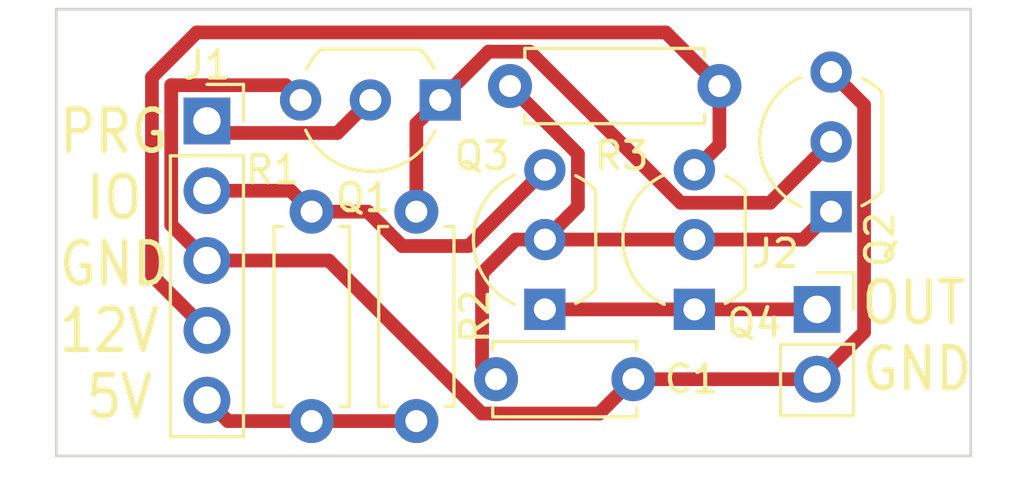
<source format=kicad_pcb>
(kicad_pcb (version 20240108) (generator "pcbnew") (generator_version "8.0")
  (layers (0 "F.Cu" signal) (31 "B.Cu" signal) (34 "B.Paste" user) (35 "F.Paste" user) (36 "B.SilkS" user "B.Silkscreen") (37 "F.SilkS" user "F.Silkscreen") (38 "B.Mask" user) (39 "F.Mask" user) (44 "Edge.Cuts" user))
  (net 0 "")
  (net 1 "GND")
  (net 2 "+5V")
  (net 3 "+12V")
  (net 4 "Net-(Q2-D)")
  (net 5 "/Programmer/PRGM")
  (net 6 "/Programmer/IO")
  (net 7 "/Programmer/DS2502")
  (net 8 "Net-(Q1-D)")
  (footprint "Connector_PinSocket_2.54mm:PinSocket_1x05_P2.54mm_Vertical" (layer "F.Cu") (at 132.228 21.082)
    (property "Reference" "J1" (at 0 -2.032 0) (layer "F.SilkS"))
    (property "Value" "Conn_01x05_Socket")
    (fp_line (start -1.33 1.27) (end -1.33 11.49) (stroke (width 0.12)) (layer "F.SilkS"))
    (fp_line (start -1.33 1.27) (end 1.33 1.27) (stroke (width 0.12)) (layer "F.SilkS"))
    (fp_line (start -1.33 11.49) (end 1.33 11.49) (stroke (width 0.12)) (layer "F.SilkS"))
    (fp_line (start 0 -1.33) (end 1.33 -1.33) (stroke (width 0.12)) (layer "F.SilkS"))
    (fp_line (start 1.33 -1.33) (end 1.33 0) (stroke (width 0.12)) (layer "F.SilkS"))
    (fp_line (start 1.33 1.27) (end 1.33 11.49) (stroke (width 0.12)) (layer "F.SilkS"))
    (pad "1" thru_hole rect (at 0 0) (size 1.7 1.7) (drill 1) (layers "*.Cu" "*.Mask") (net 5 "/Programmer/PRGM"))
    (pad "2" thru_hole oval (at 0 2.54) (size 1.7 1.7) (drill 1) (layers "*.Cu" "*.Mask") (net 6 "/Programmer/IO"))
    (pad "3" thru_hole oval (at 0 5.08) (size 1.7 1.7) (drill 1) (layers "*.Cu" "*.Mask") (net 1 "GND"))
    (pad "4" thru_hole oval (at 0 7.62) (size 1.7 1.7) (drill 1) (layers "*.Cu" "*.Mask") (net 3 "+12V"))
    (pad "5" thru_hole oval (at 0 10.16) (size 1.7 1.7) (drill 1) (layers "*.Cu" "*.Mask") (net 2 "+5V"))
  )
  (footprint "Resistor_THT:R_Axial_DIN0207_L6.3mm_D2.5mm_P7.62mm_Horizontal" (layer "F.Cu") (at 143.256 19.812)
    (property "Reference" "R3" (at 4.064 2.54 0) (layer "F.SilkS"))
    (property "Value" "10K")
    (fp_line (start 0.54 -1.37) (end 7.08 -1.37) (stroke (width 0.12)) (layer "F.SilkS"))
    (fp_line (start 0.54 -1.04) (end 0.54 -1.37) (stroke (width 0.12)) (layer "F.SilkS"))
    (fp_line (start 0.54 1.04) (end 0.54 1.37) (stroke (width 0.12)) (layer "F.SilkS"))
    (fp_line (start 0.54 1.37) (end 7.08 1.37) (stroke (width 0.12)) (layer "F.SilkS"))
    (fp_line (start 7.08 -1.37) (end 7.08 -1.04) (stroke (width 0.12)) (layer "F.SilkS"))
    (fp_line (start 7.08 1.37) (end 7.08 1.04) (stroke (width 0.12)) (layer "F.SilkS"))
    (pad "1" thru_hole circle (at 0 0) (size 1.6 1.6) (drill 0.8) (layers "*.Cu" "*.Mask") (net 4 "Net-(Q2-D)"))
    (pad "2" thru_hole oval (at 7.62 0) (size 1.6 1.6) (drill 0.8) (layers "*.Cu" "*.Mask") (net 3 "+12V"))
  )
  (footprint "Connector_PinSocket_2.54mm:PinSocket_1x02_P2.54mm_Vertical" (layer "F.Cu") (at 154.432 27.94)
    (property "Reference" "J2" (at -1.524 -2.032 0) (layer "F.SilkS"))
    (property "Value" "Conn_01x02_Socket")
    (fp_line (start -1.33 1.27) (end -1.33 3.87) (stroke (width 0.12)) (layer "F.SilkS"))
    (fp_line (start -1.33 1.27) (end 1.33 1.27) (stroke (width 0.12)) (layer "F.SilkS"))
    (fp_line (start -1.33 3.87) (end 1.33 3.87) (stroke (width 0.12)) (layer "F.SilkS"))
    (fp_line (start 0 -1.33) (end 1.33 -1.33) (stroke (width 0.12)) (layer "F.SilkS"))
    (fp_line (start 1.33 -1.33) (end 1.33 0) (stroke (width 0.12)) (layer "F.SilkS"))
    (fp_line (start 1.33 1.27) (end 1.33 3.87) (stroke (width 0.12)) (layer "F.SilkS"))
    (pad "1" thru_hole rect (at 0 0) (size 1.7 1.7) (drill 1) (layers "*.Cu" "*.Mask") (net 7 "/Programmer/DS2502"))
    (pad "2" thru_hole oval (at 0 2.54) (size 1.7 1.7) (drill 1) (layers "*.Cu" "*.Mask") (net 1 "GND"))
  )
  (footprint "Package_TO_SOT_THT:TO-92_Inline_Wide" (layer "F.Cu") (at 144.526 27.94 90)
    (property "Reference" "Q3" (at 5.588 -2.286 180) (layer "F.SilkS"))
    (property "Value" "2N7000")
    (fp_line (start 0.74 1.85) (end 4.34 1.85) (stroke (width 0.12)) (layer "F.SilkS"))
    (fp_arc (start 2.54 -2.6) (mid 3.936979 -2.192818) (end 4.8964 -1.098807) (stroke (width 0.12)) (layer "F.SilkS"))
    (fp_arc (start 0.1836 -1.098807) (mid 1.143021 -2.192817) (end 2.54 -2.6) (stroke (width 0.12)) (layer "F.SilkS"))
    (fp_arc (start 4.864184 1.122795) (mid 4.633903 1.509328) (end 4.34 1.85) (stroke (width 0.12)) (layer "F.SilkS"))
    (fp_arc (start 0.74 1.85) (mid 0.446097 1.509328) (end 0.215816 1.122795) (stroke (width 0.12)) (layer "F.SilkS"))
    (pad "1" thru_hole rect (at 0 0 90) (size 1.5 1.5) (drill 0.8) (layers "*.Cu" "*.Mask") (net 7 "/Programmer/DS2502"))
    (pad "2" thru_hole circle (at 2.54 0 90) (size 1.5 1.5) (drill 0.8) (layers "*.Cu" "*.Mask") (net 4 "Net-(Q2-D)"))
    (pad "3" thru_hole circle (at 5.08 0 90) (size 1.5 1.5) (drill 0.8) (layers "*.Cu" "*.Mask") (net 6 "/Programmer/IO"))
  )
  (footprint "Package_TO_SOT_THT:TO-92_Inline_Wide" (layer "F.Cu") (at 149.966 27.94 90)
    (property "Reference" "Q4" (at -0.508 2.18 180) (layer "F.SilkS"))
    (property "Value" "VP0106N3")
    (fp_line (start 0.74 1.85) (end 4.34 1.85) (stroke (width 0.12)) (layer "F.SilkS"))
    (fp_arc (start 2.54 -2.6) (mid 3.936979 -2.192818) (end 4.8964 -1.098807) (stroke (width 0.12)) (layer "F.SilkS"))
    (fp_arc (start 0.1836 -1.098807) (mid 1.143021 -2.192817) (end 2.54 -2.6) (stroke (width 0.12)) (layer "F.SilkS"))
    (fp_arc (start 4.864184 1.122795) (mid 4.633903 1.509328) (end 4.34 1.85) (stroke (width 0.12)) (layer "F.SilkS"))
    (fp_arc (start 0.74 1.85) (mid 0.446097 1.509328) (end 0.215816 1.122795) (stroke (width 0.12)) (layer "F.SilkS"))
    (pad "1" thru_hole rect (at 0 0 90) (size 1.5 1.5) (drill 0.8) (layers "*.Cu" "*.Mask") (net 7 "/Programmer/DS2502"))
    (pad "2" thru_hole circle (at 2.54 0 90) (size 1.5 1.5) (drill 0.8) (layers "*.Cu" "*.Mask") (net 4 "Net-(Q2-D)"))
    (pad "3" thru_hole circle (at 5.08 0 90) (size 1.5 1.5) (drill 0.8) (layers "*.Cu" "*.Mask") (net 3 "+12V"))
  )
  (footprint "Capacitor_THT:C_Disc_D5.0mm_W2.5mm_P5.00mm" (layer "F.Cu") (at 142.748 30.48)
    (property "Reference" "C1" (at 7.112 0 0) (layer "F.SilkS"))
    (property "Value" "470 pF")
    (fp_line (start -0.12 -1.37) (end -0.12 -1.055) (stroke (width 0.12)) (layer "F.SilkS"))
    (fp_line (start -0.12 -1.37) (end 5.12 -1.37) (stroke (width 0.12)) (layer "F.SilkS"))
    (fp_line (start -0.12 1.055) (end -0.12 1.37) (stroke (width 0.12)) (layer "F.SilkS"))
    (fp_line (start -0.12 1.37) (end 5.12 1.37) (stroke (width 0.12)) (layer "F.SilkS"))
    (fp_line (start 5.12 -1.37) (end 5.12 -1.055) (stroke (width 0.12)) (layer "F.SilkS"))
    (fp_line (start 5.12 1.055) (end 5.12 1.37) (stroke (width 0.12)) (layer "F.SilkS"))
    (pad "1" thru_hole circle (at 0 0) (size 1.6 1.6) (drill 0.8) (layers "*.Cu" "*.Mask") (net 4 "Net-(Q2-D)"))
    (pad "2" thru_hole circle (at 5 0) (size 1.6 1.6) (drill 0.8) (layers "*.Cu" "*.Mask") (net 1 "GND"))
  )
  (footprint "Package_TO_SOT_THT:TO-92_Inline_Wide" (layer "F.Cu") (at 140.716 20.32 180)
    (property "Reference" "Q1" (at 2.794 -3.556 360) (layer "F.SilkS"))
    (property "Value" "2N7000")
    (fp_line (start 0.74 1.85) (end 4.34 1.85) (stroke (width 0.12)) (layer "F.SilkS"))
    (fp_arc (start 4.864184 1.122795) (mid 4.633903 1.509328) (end 4.34 1.85) (stroke (width 0.12)) (layer "F.SilkS"))
    (fp_arc (start 2.54 -2.6) (mid 3.936979 -2.192818) (end 4.8964 -1.098807) (stroke (width 0.12)) (layer "F.SilkS"))
    (fp_arc (start 0.74 1.85) (mid 0.446097 1.509328) (end 0.215816 1.122795) (stroke (width 0.12)) (layer "F.SilkS"))
    (fp_arc (start 0.1836 -1.098807) (mid 1.143021 -2.192817) (end 2.54 -2.6) (stroke (width 0.12)) (layer "F.SilkS"))
    (pad "1" thru_hole rect (at 0 0 180) (size 1.5 1.5) (drill 0.8) (layers "*.Cu" "*.Mask") (net 8 "Net-(Q1-D)"))
    (pad "2" thru_hole circle (at 2.54 0 180) (size 1.5 1.5) (drill 0.8) (layers "*.Cu" "*.Mask") (net 5 "/Programmer/PRGM"))
    (pad "3" thru_hole circle (at 5.08 0 180) (size 1.5 1.5) (drill 0.8) (layers "*.Cu" "*.Mask") (net 1 "GND"))
  )
  (footprint "Resistor_THT:R_Axial_DIN0207_L6.3mm_D2.5mm_P7.62mm_Horizontal" (layer "F.Cu") (at 136.038 24.384 -90)
    (property "Reference" "R1" (at -1.524 1.418 180) (layer "F.SilkS"))
    (property "Value" "4.7K")
    (fp_line (start 0.54 1.37) (end 7.08 1.37) (stroke (width 0.12)) (layer "F.SilkS"))
    (fp_line (start 7.08 1.37) (end 7.08 1.04) (stroke (width 0.12)) (layer "F.SilkS"))
    (fp_line (start 0.54 1.04) (end 0.54 1.37) (stroke (width 0.12)) (layer "F.SilkS"))
    (fp_line (start 0.54 -1.04) (end 0.54 -1.37) (stroke (width 0.12)) (layer "F.SilkS"))
    (fp_line (start 0.54 -1.37) (end 7.08 -1.37) (stroke (width 0.12)) (layer "F.SilkS"))
    (fp_line (start 7.08 -1.37) (end 7.08 -1.04) (stroke (width 0.12)) (layer "F.SilkS"))
    (pad "1" thru_hole circle (at 0 0 270) (size 1.6 1.6) (drill 0.8) (layers "*.Cu" "*.Mask") (net 6 "/Programmer/IO"))
    (pad "2" thru_hole oval (at 7.62 0 270) (size 1.6 1.6) (drill 0.8) (layers "*.Cu" "*.Mask") (net 2 "+5V"))
  )
  (footprint "Package_TO_SOT_THT:TO-92_Inline_Wide" (layer "F.Cu") (at 154.94 24.384 90)
    (property "Reference" "Q2" (at -1.016 1.778 -90) (layer "F.SilkS"))
    (property "Value" "2N7000")
    (fp_line (start 0.74 1.85) (end 4.34 1.85) (stroke (width 0.12)) (layer "F.SilkS"))
    (fp_arc (start 2.54 -2.6) (mid 3.936979 -2.192818) (end 4.8964 -1.098807) (stroke (width 0.12)) (layer "F.SilkS"))
    (fp_arc (start 0.1836 -1.098807) (mid 1.143021 -2.192817) (end 2.54 -2.6) (stroke (width 0.12)) (layer "F.SilkS"))
    (fp_arc (start 4.864184 1.122795) (mid 4.633903 1.509328) (end 4.34 1.85) (stroke (width 0.12)) (layer "F.SilkS"))
    (fp_arc (start 0.74 1.85) (mid 0.446097 1.509328) (end 0.215816 1.122795) (stroke (width 0.12)) (layer "F.SilkS"))
    (pad "1" thru_hole rect (at 0 0 90) (size 1.5 1.5) (drill 0.8) (layers "*.Cu" "*.Mask") (net 4 "Net-(Q2-D)"))
    (pad "2" thru_hole circle (at 2.54 0 90) (size 1.5 1.5) (drill 0.8) (layers "*.Cu" "*.Mask") (net 8 "Net-(Q1-D)"))
    (pad "3" thru_hole circle (at 5.08 0 90) (size 1.5 1.5) (drill 0.8) (layers "*.Cu" "*.Mask") (net 1 "GND"))
  )
  (footprint "Resistor_THT:R_Axial_DIN0207_L6.3mm_D2.5mm_P7.62mm_Horizontal" (layer "F.Cu") (at 139.848 24.384 -90)
    (property "Reference" "R2" (at 3.81 -2.138 90) (layer "F.SilkS"))
    (property "Value" "10k")
    (fp_line (start 0.54 1.37) (end 7.08 1.37) (stroke (width 0.12)) (layer "F.SilkS"))
    (fp_line (start 7.08 1.37) (end 7.08 1.04) (stroke (width 0.12)) (layer "F.SilkS"))
    (fp_line (start 0.54 1.04) (end 0.54 1.37) (stroke (width 0.12)) (layer "F.SilkS"))
    (fp_line (start 0.54 -1.04) (end 0.54 -1.37) (stroke (width 0.12)) (layer "F.SilkS"))
    (fp_line (start 0.54 -1.37) (end 7.08 -1.37) (stroke (width 0.12)) (layer "F.SilkS"))
    (fp_line (start 7.08 -1.37) (end 7.08 -1.04) (stroke (width 0.12)) (layer "F.SilkS"))
    (pad "1" thru_hole circle (at 0 0 270) (size 1.6 1.6) (drill 0.8) (layers "*.Cu" "*.Mask") (net 8 "Net-(Q1-D)"))
    (pad "2" thru_hole oval (at 7.62 0 270) (size 1.6 1.6) (drill 0.8) (layers "*.Cu" "*.Mask") (net 2 "+5V"))
  )
  (gr_line (start 126.746 33.274) (end 160.02 33.274) (stroke (width 0.1)) (layer "Edge.Cuts"))
  (gr_line (start 160.02 17.018) (end 126.746 17.018) (stroke (width 0.1)) (layer "Edge.Cuts"))
  (gr_line (start 160.02 33.274) (end 160.02 17.018) (stroke (width 0.1)) (layer "Edge.Cuts"))
  (gr_line (start 126.746 17.018) (end 126.746 33.274) (stroke (width 0.1)) (layer "Edge.Cuts"))
  (gr_text "PRG\n IO\nGND\n12V\n 5V" (at 126.746 32.004 0) (layer "F.SilkS") (effects (font (size 1.5 1.3) (thickness 0.2)) (justify left bottom)))
  (gr_text "OUT\nGND" (at 155.956 30.988 0) (layer "F.SilkS") (effects (font (size 1.5 1.3) (thickness 0.2)) (justify left bottom)))
  (segment (start 132.228 26.162) (end 130.928 24.862) (width 0.5) (layer "F.Cu") (net 1))
  (segment (start 136.662233 26.162) (end 142.230233 31.73) (width 0.5) (layer "F.Cu") (net 1))
  (segment (start 156.14 20.504) (end 156.14 28.772) (width 0.5) (layer "F.Cu") (net 1))
  (segment (start 147.748 30.48) (end 153.924 30.48) (width 0.5) (layer "F.Cu") (net 1))
  (segment (start 132.228 26.162) (end 136.662233 26.162) (width 0.5) (layer "F.Cu") (net 1))
  (segment (start 130.928 24.862) (end 130.928 19.782) (width 0.5) (layer "F.Cu") (net 1))
  (segment (start 130.928 19.782) (end 135.098 19.782) (width 0.5) (layer "F.Cu") (net 1))
  (segment (start 156.14 28.772) (end 154.432 30.48) (width 0.5) (layer "F.Cu") (net 1))
  (segment (start 154.94 19.304) (end 156.14 20.504) (width 0.5) (layer "F.Cu") (net 1))
  (segment (start 153.924 30.48) (end 154.432 29.972) (width 0.5) (layer "F.Cu") (net 1))
  (segment (start 135.098 19.782) (end 135.636 20.32) (width 0.5) (layer "F.Cu") (net 1))
  (segment (start 142.230233 31.73) (end 146.498 31.73) (width 0.5) (layer "F.Cu") (net 1))
  (segment (start 146.498 31.73) (end 147.748 30.48) (width 0.5) (layer "F.Cu") (net 1))
  (segment (start 132.99 32.004) (end 132.228 31.242) (width 0.5) (layer "F.Cu") (net 2))
  (segment (start 136.038 32.004) (end 132.99 32.004) (width 0.5) (layer "F.Cu") (net 2))
  (segment (start 139.848 32.004) (end 136.038 32.004) (width 0.5) (layer "F.Cu") (net 2))
  (segment (start 130.228 26.702) (end 130.228 19.492051) (width 0.5) (layer "F.Cu") (net 3))
  (segment (start 148.926 17.862) (end 150.876 19.812) (width 0.5) (layer "F.Cu") (net 3))
  (segment (start 150.876 21.95) (end 150.876 19.812) (width 0.5) (layer "F.Cu") (net 3))
  (segment (start 131.858051 17.862) (end 148.926 17.862) (width 0.5) (layer "F.Cu") (net 3))
  (segment (start 132.228 28.702) (end 130.228 26.702) (width 0.5) (layer "F.Cu") (net 3))
  (segment (start 149.966 22.86) (end 150.876 21.95) (width 0.5) (layer "F.Cu") (net 3))
  (segment (start 130.228 19.492051) (end 131.858051 17.862) (width 0.5) (layer "F.Cu") (net 3))
  (segment (start 144.526 25.4) (end 149.966 25.4) (width 0.5) (layer "F.Cu") (net 4))
  (segment (start 149.966 25.4) (end 153.924 25.4) (width 0.5) (layer "F.Cu") (net 4))
  (segment (start 145.726 24.2) (end 145.726 22.282) (width 0.5) (layer "F.Cu") (net 4))
  (segment (start 153.924 25.4) (end 154.94 24.384) (width 0.5) (layer "F.Cu") (net 4))
  (segment (start 143.46534 25.4) (end 142.24 26.62534) (width 0.5) (layer "F.Cu") (net 4))
  (segment (start 145.726 22.282) (end 143.256 19.812) (width 0.5) (layer "F.Cu") (net 4))
  (segment (start 142.24 26.62534) (end 142.24 29.972) (width 0.5) (layer "F.Cu") (net 4))
  (segment (start 144.526 25.4) (end 145.726 24.2) (width 0.5) (layer "F.Cu") (net 4))
  (segment (start 144.526 25.4) (end 143.46534 25.4) (width 0.5) (layer "F.Cu") (net 4))
  (segment (start 142.24 29.972) (end 142.748 30.48) (width 0.5) (layer "F.Cu") (net 4))
  (segment (start 132.666 21.52) (end 136.976 21.52) (width 0.5) (layer "F.Cu") (net 5))
  (segment (start 132.228 21.082) (end 132.666 21.52) (width 0.5) (layer "F.Cu") (net 5))
  (segment (start 136.976 21.52) (end 138.176 20.32) (width 0.5) (layer "F.Cu") (net 5))
  (segment (start 138.080233 24.384) (end 139.330233 25.634) (width 0.5) (layer "F.Cu") (net 6))
  (segment (start 136.038 24.384) (end 138.080233 24.384) (width 0.5) (layer "F.Cu") (net 6))
  (segment (start 139.330233 25.634) (end 141.752 25.634) (width 0.5) (layer "F.Cu") (net 6))
  (segment (start 135.276 23.622) (end 136.038 24.384) (width 0.5) (layer "F.Cu") (net 6))
  (segment (start 132.228 23.622) (end 135.276 23.622) (width 0.5) (layer "F.Cu") (net 6))
  (segment (start 141.752 25.634) (end 144.526 22.86) (width 0.5) (layer "F.Cu") (net 6))
  (segment (start 154.432 27.432) (end 153.924 27.94) (width 0.5) (layer "F.Cu") (net 7))
  (segment (start 153.924 27.94) (end 149.966 27.94) (width 0.5) (layer "F.Cu") (net 7))
  (segment (start 144.526 27.94) (end 149.966 27.94) (width 0.5) (layer "F.Cu") (net 7))
  (segment (start 143.970943 18.562) (end 149.468943 24.06) (width 0.5) (layer "F.Cu") (net 8))
  (segment (start 139.848 24.384) (end 139.848 21.188) (width 0.5) (layer "F.Cu") (net 8))
  (segment (start 142.474 18.562) (end 143.970943 18.562) (width 0.5) (layer "F.Cu") (net 8))
  (segment (start 152.724 24.06) (end 154.94 21.844) (width 0.5) (layer "F.Cu") (net 8))
  (segment (start 149.468943 24.06) (end 152.724 24.06) (width 0.5) (layer "F.Cu") (net 8))
  (segment (start 139.848 21.188) (end 140.716 20.32) (width 0.5) (layer "F.Cu") (net 8))
  (segment (start 140.716 20.32) (end 142.474 18.562) (width 0.5) (layer "F.Cu") (net 8))
)
</source>
